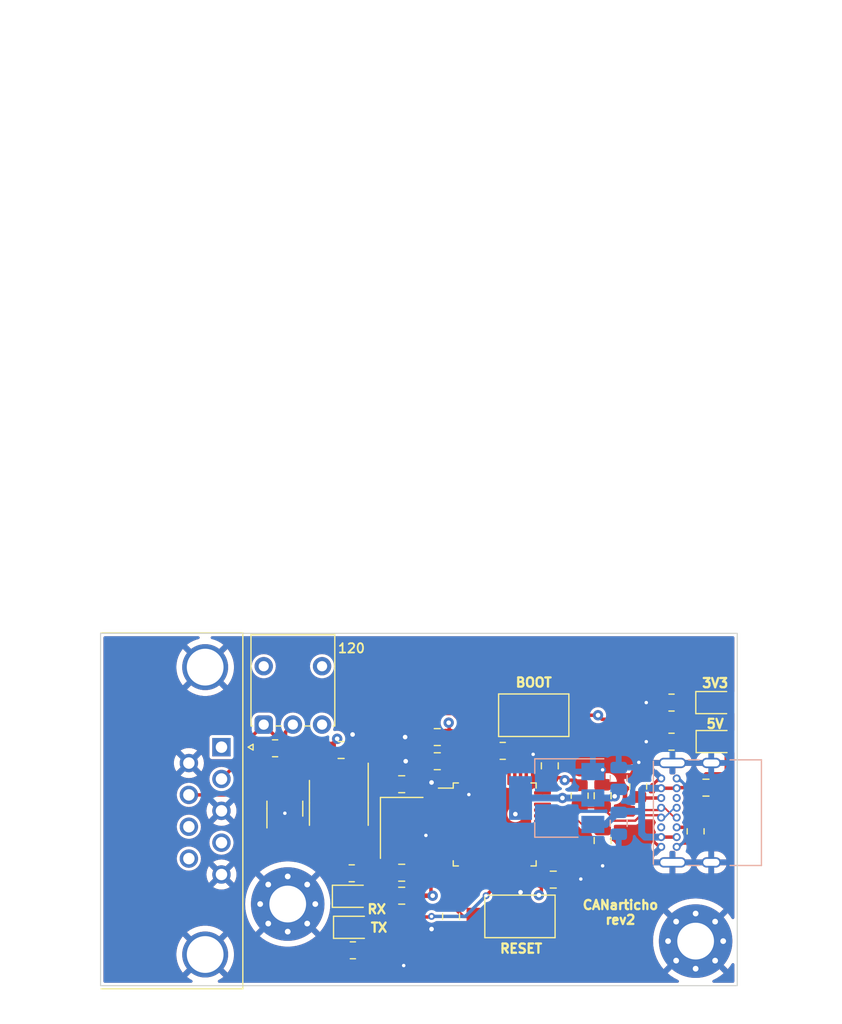
<source format=kicad_pcb>
(kicad_pcb (version 20211014) (generator pcbnew)
  (layers (0 "F.Cu" signal) (1 "In1.Cu" power) (2 "In2.Cu" power) (31 "B.Cu" signal) (34 "B.Paste" user) (35 "F.Paste" user) (36 "B.SilkS" user "B.Silkscreen") (37 "F.SilkS" user "F.Silkscreen") (38 "B.Mask" user) (39 "F.Mask" user) (44 "Edge.Cuts" user))
  (net 0 "")
  (net 1 "GND")
  (net 2 "+5V")
  (net 3 "+3V3")
  (net 4 "/USB+")
  (net 5 "/USB-")
  (net 6 "Net-(C7-Pad1)")
  (net 7 "Net-(C8-Pad1)")
  (net 8 "/RST")
  (net 9 "Net-(D1-Pad1)")
  (net 10 "Net-(D2-Pad1)")
  (net 11 "CANH")
  (net 12 "CANL")
  (net 13 "Net-(D4-Pad1)")
  (net 14 "Net-(D4-Pad2)")
  (net 15 "Net-(D5-Pad1)")
  (net 16 "Net-(D5-Pad2)")
  (net 17 "Net-(J1-PadA5)")
  (net 19 "Net-(J1-PadB5)")
  (net 22 "Net-(R1-Pad2)")
  (net 23 "/BOOT0")
  (net 58 "/CANRX")
  (net 59 "/CANTX")
  (footprint "Capacitor_SMD:C_0805_2012Metric" (layer "F.Cu") (at 158.675 76.575)
    (fp_text reference "C9" hide)
    (fp_text value "10µF")
    (pad "1" smd roundrect (at -0.95 0) (size 1 1.45) (layers "F.Cu" "F.Paste" "F.Mask") (net 1 "GND"))
    (pad "2" smd roundrect (at 0.95 0) (size 1 1.45) (layers "F.Cu" "F.Paste" "F.Mask") (net 3 "+3V3"))
  )
  (footprint "Capacitor_SMD:C_0805_2012Metric" (layer "F.Cu") (at 159.875 92.175 -90)
    (fp_text reference "C11" hide)
    (fp_text value "100n")
    (pad "1" smd roundrect (at -0.95 0 270) (size 1 1.45) (layers "F.Cu" "F.Paste" "F.Mask") (net 8 "/RST"))
    (pad "2" smd roundrect (at 0.95 0 270) (size 1 1.45) (layers "F.Cu" "F.Paste" "F.Mask") (net 1 "GND"))
  )
  (footprint "Resistor_SMD:R_0805_2012Metric" (layer "F.Cu") (at 176.175 80.875 90)
    (fp_text reference "R2" hide)
    (fp_text value "5.1k")
    (pad "1" smd roundrect (at -0.9125 0 90) (size 1.025 1.4) (layers "F.Cu" "F.Paste" "F.Mask") (roundrect_rratio 0.243902439) (net 17 "Net-(J1-PadA5)"))
    (pad "2" smd roundrect (at 0.9125 0 90) (size 1.025 1.4) (layers "F.Cu" "F.Paste" "F.Mask") (roundrect_rratio 0.243902439) (net 1 "GND"))
  )
  (footprint "Resistor_SMD:R_0805_2012Metric" (layer "F.Cu") (at 179.075 73.575)
    (fp_text reference "R4" hide)
    (fp_text value "220")
    (pad "1" smd roundrect (at -0.9125 0) (size 1.025 1.4) (layers "F.Cu" "F.Paste" "F.Mask") (roundrect_rratio 0.243902439) (net 1 "GND"))
    (pad "2" smd roundrect (at 0.9125 0) (size 1.025 1.4) (layers "F.Cu" "F.Paste" "F.Mask") (roundrect_rratio 0.243902439) (net 9 "Net-(D1-Pad1)"))
  )
  (footprint "Connector_Dsub:DSUB-9_Male_Horizontal_P2.77x2.84mm_EdgePinOffset7.70mm_Housed_MountingHolesOffset9.12mm" (layer "F.Cu") (at 139.880331 77.45 -90)
    (fp_text reference "J2" hide)
    (fp_text value "DB9_Male_MountingHoles")
    (pad "0" thru_hole circle (at -6.96 1.42 270) (size 4 4) (drill 3.2) (layers *.Cu *.Mask) (net 1 "GND"))
    (pad "0" thru_hole circle (at 18.04 1.42 270) (size 4 4) (drill 3.2) (layers *.Cu *.Mask) (net 1 "GND"))
    (pad "1" thru_hole rect (at 0 0 270) (size 1.6 1.6) (drill 1) (layers *.Cu *.Mask))
    (pad "2" thru_hole circle (at 2.77 0 270) (size 1.6 1.6) (drill 1) (layers *.Cu *.Mask) (net 12 "CANL"))
    (pad "3" thru_hole circle (at 5.54 0 270) (size 1.6 1.6) (drill 1) (layers *.Cu *.Mask) (net 1 "GND"))
    (pad "4" thru_hole circle (at 8.31 0 270) (size 1.6 1.6) (drill 1) (layers *.Cu *.Mask))
    (pad "5" thru_hole circle (at 11.08 0 270) (size 1.6 1.6) (drill 1) (layers *.Cu *.Mask) (net 1 "GND"))
    (pad "6" thru_hole circle (at 1.385 2.84 270) (size 1.6 1.6) (drill 1) (layers *.Cu *.Mask) (net 1 "GND"))
    (pad "7" thru_hole circle (at 4.155 2.84 270) (size 1.6 1.6) (drill 1) (layers *.Cu *.Mask) (net 11 "CANH"))
    (pad "8" thru_hole circle (at 6.925 2.84 270) (size 1.6 1.6) (drill 1) (layers *.Cu *.Mask))
    (pad "9" thru_hole circle (at 9.695 2.84 270) (size 1.6 1.6) (drill 1) (layers *.Cu *.Mask))
  )
  (footprint "Capacitor_SMD:C_0805_2012Metric" (layer "F.Cu") (at 168.775 88.975 180)
    (fp_text reference "C13" hide)
    (fp_text value "100nF")
    (pad "1" smd roundrect (at -0.95 0 180) (size 1 1.45) (layers "F.Cu" "F.Paste" "F.Mask") (net 1 "GND"))
    (pad "2" smd roundrect (at 0.95 0 180) (size 1 1.45) (layers "F.Cu" "F.Paste" "F.Mask") (net 3 "+3V3"))
  )
  (footprint "Package_QFP:LQFP-48_7x7mm_P0.5mm" (layer "F.Cu") (at 163.675 84.175)
    (fp_text reference "U3" hide)
    (fp_text value "STM32F302C6Tx")
    (pad "1" smd roundrect (at -4.1625 -2.75) (size 1.475 0.3) (layers "F.Cu" "F.Paste" "F.Mask"))
    (pad "2" smd roundrect (at -4.1625 -2.25) (size 1.475 0.3) (layers "F.Cu" "F.Paste" "F.Mask"))
    (pad "3" smd roundrect (at -4.1625 -1.75) (size 1.475 0.3) (layers "F.Cu" "F.Paste" "F.Mask"))
    (pad "4" smd roundrect (at -4.1625 -1.25) (size 1.475 0.3) (layers "F.Cu" "F.Paste" "F.Mask"))
    (pad "5" smd roundrect (at -4.1625 -0.75) (size 1.475 0.3) (layers "F.Cu" "F.Paste" "F.Mask") (net 6 "Net-(C7-Pad1)"))
    (pad "6" smd roundrect (at -4.1625 -0.25) (size 1.475 0.3) (layers "F.Cu" "F.Paste" "F.Mask") (net 7 "Net-(C8-Pad1)"))
    (pad "7" smd roundrect (at -4.1625 0.25) (size 1.475 0.3) (layers "F.Cu" "F.Paste" "F.Mask") (net 8 "/RST"))
    (pad "8" smd roundrect (at -4.1625 0.75) (size 1.475 0.3) (layers "F.Cu" "F.Paste" "F.Mask") (net 1 "GND"))
    (pad "9" smd roundrect (at -4.1625 1.25) (size 1.475 0.3) (layers "F.Cu" "F.Paste" "F.Mask") (net 3 "+3V3"))
    (pad "10" smd roundrect (at -4.1625 1.75) (size 1.475 0.3) (layers "F.Cu" "F.Paste" "F.Mask"))
    (pad "11" smd roundrect (at -4.1625 2.25) (size 1.475 0.3) (layers "F.Cu" "F.Paste" "F.Mask"))
    (pad "12" smd roundrect (at -4.1625 2.75) (size 1.475 0.3) (layers "F.Cu" "F.Paste" "F.Mask"))
    (pad "13" smd roundrect (at -2.75 4.1625) (size 0.3 1.475) (layers "F.Cu" "F.Paste" "F.Mask"))
    (pad "14" smd roundrect (at -2.25 4.1625) (size 0.3 1.475) (layers "F.Cu" "F.Paste" "F.Mask"))
    (pad "15" smd roundrect (at -1.75 4.1625) (size 0.3 1.475) (layers "F.Cu" "F.Paste" "F.Mask"))
    (pad "16" smd roundrect (at -1.25 4.1625) (size 0.3 1.475) (layers "F.Cu" "F.Paste" "F.Mask"))
    (pad "17" smd roundrect (at -0.75 4.1625) (size 0.3 1.475) (layers "F.Cu" "F.Paste" "F.Mask"))
    (pad "18" smd roundrect (at -0.25 4.1625) (size 0.3 1.475) (layers "F.Cu" "F.Paste" "F.Mask") (net 14 "Net-(D4-Pad2)"))
    (pad "19" smd roundrect (at 0.25 4.1625) (size 0.3 1.475) (layers "F.Cu" "F.Paste" "F.Mask") (net 16 "Net-(D5-Pad2)"))
    (pad "20" smd roundrect (at 0.75 4.1625) (size 0.3 1.475) (layers "F.Cu" "F.Paste" "F.Mask"))
    (pad "21" smd roundrect (at 1.25 4.1625) (size 0.3 1.475) (layers "F.Cu" "F.Paste" "F.Mask"))
    (pad "22" smd roundrect (at 1.75 4.1625) (size 0.3 1.475) (layers "F.Cu" "F.Paste" "F.Mask"))
    (pad "23" smd roundrect (at 2.25 4.1625) (size 0.3 1.475) (layers "F.Cu" "F.Paste" "F.Mask") (net 1 "GND"))
    (pad "24" smd roundrect (at 2.75 4.1625) (size 0.3 1.475) (layers "F.Cu" "F.Paste" "F.Mask") (net 3 "+3V3"))
    (pad "25" smd roundrect (at 4.1625 2.75) (size 1.475 0.3) (layers "F.Cu" "F.Paste" "F.Mask"))
    (pad "26" smd roundrect (at 4.1625 2.25) (size 1.475 0.3) (layers "F.Cu" "F.Paste" "F.Mask"))
    (pad "27" smd roundrect (at 4.1625 1.75) (size 1.475 0.3) (layers "F.Cu" "F.Paste" "F.Mask"))
    (pad "28" smd roundrect (at 4.1625 1.25) (size 1.475 0.3) (layers "F.Cu" "F.Paste" "F.Mask"))
    (pad "29" smd roundrect (at 4.1625 0.75) (size 1.475 0.3) (layers "F.Cu" "F.Paste" "F.Mask"))
    (pad "30" smd roundrect (at 4.1625 0.25) (size 1.475 0.3) (layers "F.Cu" "F.Paste" "F.Mask"))
    (pad "31" smd roundrect (at 4.1625 -0.25) (size 1.475 0.3) (layers "F.Cu" "F.Paste" "F.Mask"))
    (pad "32" smd roundrect (at 4.1625 -0.75) (size 1.475 0.3) (layers "F.Cu" "F.Paste" "F.Mask") (net 5 "/USB-"))
    (pad "33" smd roundrect (at 4.1625 -1.25) (size 1.475 0.3) (layers "F.Cu" "F.Paste" "F.Mask") (net 4 "/USB+"))
    (pad "34" smd roundrect (at 4.1625 -1.75) (size 1.475 0.3) (layers "F.Cu" "F.Paste" "F.Mask"))
    (pad "35" smd roundrect (at 4.1625 -2.25) (size 1.475 0.3) (layers "F.Cu" "F.Paste" "F.Mask") (net 1 "GND"))
    (pad "36" smd roundrect (at 4.1625 -2.75) (size 1.475 0.3) (layers "F.Cu" "F.Paste" "F.Mask") (net 3 "+3V3"))
    (pad "37" smd roundrect (at 2.75 -4.1625) (size 0.3 1.475) (layers "F.Cu" "F.Paste" "F.Mask"))
    (pad "38" smd roundrect (at 2.25 -4.1625) (size 0.3 1.475) (layers "F.Cu" "F.Paste" "F.Mask"))
    (pad "39" smd roundrect (at 1.75 -4.1625) (size 0.3 1.475) (layers "F.Cu" "F.Paste" "F.Mask"))
    (pad "40" smd roundrect (at 1.25 -4.1625) (size 0.3 1.475) (layers "F.Cu" "F.Paste" "F.Mask"))
    (pad "41" smd roundrect (at 0.75 -4.1625) (size 0.3 1.475) (layers "F.Cu" "F.Paste" "F.Mask"))
    (pad "42" smd roundrect (at 0.25 -4.1625) (size 0.3 1.475) (layers "F.Cu" "F.Paste" "F.Mask"))
    (pad "43" smd roundrect (at -0.25 -4.1625) (size 0.3 1.475) (layers "F.Cu" "F.Paste" "F.Mask"))
    (pad "44" smd roundrect (at -0.75 -4.1625) (size 0.3 1.475) (layers "F.Cu" "F.Paste" "F.Mask") (net 23 "/BOOT0"))
    (pad "45" smd roundrect (at -1.25 -4.1625) (size 0.3 1.475) (layers "F.Cu" "F.Paste" "F.Mask") (net 58 "/CANRX"))
    (pad "46" smd roundrect (at -1.75 -4.1625) (size 0.3 1.475) (layers "F.Cu" "F.Paste" "F.Mask") (net 59 "/CANTX"))
    (pad "47" smd roundrect (at -2.25 -4.1625) (size 0.3 1.475) (layers "F.Cu" "F.Paste" "F.Mask") (net 1 "GND"))
    (pad "48" smd roundrect (at -2.75 -4.1625) (size 0.3 1.475) (layers "F.Cu" "F.Paste" "F.Mask") (net 3 "+3V3"))
  )
  (footprint "Button_Switch_SMD:SW_SPST_CK_RS282G05A3" (layer "F.Cu") (at 167.075 74.675 180)
    (fp_text reference "SW3" hide)
    (fp_text value "BOOT")
    (pad "1" smd rect (at -3.9 0 180) (size 1.5 1.5) (layers "F.Cu" "F.Paste" "F.Mask") (net 3 "+3V3"))
    (pad "2" smd rect (at 3.9 0 180) (size 1.5 1.5) (layers "F.Cu" "F.Paste" "F.Mask") (net 23 "/BOOT0"))
  )
  (footprint "Capacitor_SMD:C_0805_2012Metric" (layer "F.Cu") (at 150.3 77.7 180)
    (fp_text reference "C4" hide)
    (fp_text value "100nF")
    (pad "1" smd roundrect (at -0.95 0 180) (size 1 1.45) (layers "F.Cu" "F.Paste" "F.Mask") (net 1 "GND"))
    (pad "2" smd roundrect (at 0.95 0 180) (size 1 1.45) (layers "F.Cu" "F.Paste" "F.Mask") (net 3 "+3V3"))
  )
  (footprint "MountingHole:MountingHole_3.2mm_M3_Pad_Via" (layer "F.Cu") (at 145.65 91.1)
    (fp_text reference "REF**" hide)
    (fp_text value "MountingHole_3.2mm_M3_Pad_Via")
    (pad "1" thru_hole circle (at 0 2.4) (size 0.8 0.8) (drill 0.5) (layers *.Cu *.Mask))
    (pad "1" thru_hole circle (at 1.697056 1.697056) (size 0.8 0.8) (drill 0.5) (layers *.Cu *.Mask))
    (pad "1" thru_hole circle (at 2.4 0) (size 0.8 0.8) (drill 0.5) (layers *.Cu *.Mask))
    (pad "1" thru_hole circle (at 0 0) (size 6.4 6.4) (drill 3.2) (layers *.Cu *.Mask) (net 1 "GND"))
    (pad "1" thru_hole circle (at -1.697056 -1.697056) (size 0.8 0.8) (drill 0.5) (layers *.Cu *.Mask))
    (pad "1" thru_hole circle (at -1.697056 1.697056) (size 0.8 0.8) (drill 0.5) (layers *.Cu *.Mask))
    (pad "1" thru_hole circle (at 1.697056 -1.697056) (size 0.8 0.8) (drill 0.5) (layers *.Cu *.Mask))
    (pad "1" thru_hole circle (at 0 -2.4) (size 0.8 0.8) (drill 0.5) (layers *.Cu *.Mask))
    (pad "1" thru_hole circle (at -2.4 0) (size 0.8 0.8) (drill 0.5) (layers *.Cu *.Mask))
  )
  (footprint "Resistor_SMD:R_0805_2012Metric" (layer "F.Cu") (at 181.175 84.775 -90)
    (fp_text reference "R3" hide)
    (fp_text value "5.1k")
    (pad "1" smd roundrect (at -0.9125 0 270) (size 1.025 1.4) (layers "F.Cu" "F.Paste" "F.Mask") (roundrect_rratio 0.243902439) (net 19 "Net-(J1-PadB5)"))
    (pad "2" smd roundrect (at 0.9125 0 270) (size 1.025 1.4) (layers "F.Cu" "F.Paste" "F.Mask") (roundrect_rratio 0.243902439) (net 1 "GND"))
  )
  (footprint "Capacitor_SMD:C_0805_2012Metric" (layer "F.Cu") (at 168.475 79.075 -90)
    (fp_text reference "C12" hide)
    (fp_text value "100nF")
    (pad "1" smd roundrect (at -0.95 0 270) (size 1 1.45) (layers "F.Cu" "F.Paste" "F.Mask") (net 1 "GND"))
    (pad "2" smd roundrect (at 0.95 0 270) (size 1 1.45) (layers "F.Cu" "F.Paste" "F.Mask") (net 3 "+3V3"))
  )
  (footprint "Button_Switch_THT:SW_Push_1P2T_Vertical_E-Switch_800UDP8P1A1M6" (layer "F.Cu") (at 143.56 75.49 90)
    (fp_text reference "SW2" hide)
    (fp_text value "120")
    (pad "" thru_hole circle (at 5.08 0 270) (size 1.6 1.6) (drill 0.89) (layers *.Cu *.Mask))
    (pad "" thru_hole circle (at 5.08 5.08 270) (size 1.6 1.6) (drill 0.89) (layers *.Cu *.Mask))
    (pad "1" thru_hole roundrect (at 0 0 270) (size 1.6 1.6) (drill 0.89) (layers *.Cu *.Mask) (net 12 "CANL"))
    (pad "2" thru_hole circle (at 0 2.54 270) (size 1.6 1.6) (drill 0.89) (layers *.Cu *.Mask) (net 22 "Net-(R1-Pad2)"))
    (pad "3" thru_hole circle (at 0 5.08 270) (size 1.6 1.6) (drill 0.89) (layers *.Cu *.Mask))
  )
  (footprint "Capacitor_SMD:C_0805_2012Metric" (layer "F.Cu") (at 155.575 90.375)
    (fp_text reference "C14" hide)
    (fp_text value "100nF")
    (pad "1" smd roundrect (at -0.95 0) (size 1 1.45) (layers "F.Cu" "F.Paste" "F.Mask") (net 1 "GND"))
    (pad "2" smd roundrect (at 0.95 0) (size 1 1.45) (layers "F.Cu" "F.Paste" "F.Mask") (net 3 "+3V3"))
  )
  (footprint "Resistor_SMD:R_0805_2012Metric" (layer "F.Cu") (at 179.075 76.975)
    (fp_text reference "R5" hide)
    (fp_text value "560")
    (pad "1" smd roundrect (at -0.9125 0) (size 1.025 1.4) (layers "F.Cu" "F.Paste" "F.Mask") (roundrect_rratio 0.243902439) (net 1 "GND"))
    (pad "2" smd roundrect (at 0.9125 0) (size 1.025 1.4) (layers "F.Cu" "F.Paste" "F.Mask") (roundrect_rratio 0.243902439) (net 10 "Net-(D2-Pad1)"))
  )
  (footprint "Resistor_SMD:R_0805_2012Metric" (layer "F.Cu") (at 144.55 77.55)
    (fp_text reference "R1" hide)
    (fp_text value "120")
    (pad "1" smd roundrect (at -0.9125 0) (size 1.025 1.4) (layers "F.Cu" "F.Paste" "F.Mask") (roundrect_rratio 0.243902439) (net 11 "CANH"))
    (pad "2" smd roundrect (at 0.9125 0) (size 1.025 1.4) (layers "F.Cu" "F.Paste" "F.Mask") (roundrect_rratio 0.243902439) (net 22 "Net-(R1-Pad2)"))
  )
  (footprint "LED_SMD:LED_0805_2012Metric" (layer "F.Cu") (at 182.905 76.965)
    (fp_text reference "D2" hide)
    (fp_text value "LED_DEBUG")
    (pad "1" smd roundrect (at -0.9375 0) (size 0.975 1.4) (layers "F.Cu" "F.Paste" "F.Mask") (net 10 "Net-(D2-Pad1)"))
    (pad "2" smd roundrect (at 0.9375 0) (size 0.975 1.4) (layers "F.Cu" "F.Paste" "F.Mask") (net 2 "+5V"))
  )
  (footprint "Capacitor_SMD:C_0805_2012Metric" (layer "F.Cu") (at 173.075 85.575 -90)
    (fp_text reference "C5" hide)
    (fp_text value "47p")
    (pad "1" smd roundrect (at -0.95 0 270) (size 1 1.45) (layers "F.Cu" "F.Paste" "F.Mask") (net 5 "/USB-"))
    (pad "2" smd roundrect (at 0.95 0 270) (size 1 1.45) (layers "F.Cu" "F.Paste" "F.Mask") (net 1 "GND"))
  )
  (footprint "Capacitor_SMD:C_0805_2012Metric" (layer "F.Cu") (at 173.075 81.675 90)
    (fp_text reference "C3" hide)
    (fp_text value "47p")
    (pad "1" smd roundrect (at -0.95 0 90) (size 1 1.45) (layers "F.Cu" "F.Paste" "F.Mask") (net 4 "/USB+"))
    (pad "2" smd roundrect (at 0.95 0 90) (size 1 1.45) (layers "F.Cu" "F.Paste" "F.Mask") (net 1 "GND"))
  )
  (footprint "MountingHole:MountingHole_3.2mm_M3_Pad_Via" (layer "F.Cu") (at 181.175 94.325)
    (fp_text reference "REF**" hide)
    (fp_text value "MountingHole_3.2mm_M3_Pad_Via")
    (pad "1" thru_hole circle (at 0 2.4) (size 0.8 0.8) (drill 0.5) (layers *.Cu *.Mask))
    (pad "1" thru_hole circle (at 1.697056 1.697056) (size 0.8 0.8) (drill 0.5) (layers *.Cu *.Mask))
    (pad "1" thru_hole circle (at 2.4 0) (size 0.8 0.8) (drill 0.5) (layers *.Cu *.Mask))
    (pad "1" thru_hole circle (at 0 0) (size 6.4 6.4) (drill 3.2) (layers *.Cu *.Mask) (net 1 "GND"))
    (pad "1" thru_hole circle (at -1.697056 -1.697056) (size 0.8 0.8) (drill 0.5) (layers *.Cu *.Mask))
    (pad "1" thru_hole circle (at -1.697056 1.697056) (size 0.8 0.8) (drill 0.5) (layers *.Cu *.Mask))
    (pad "1" thru_hole circle (at 1.697056 -1.697056) (size 0.8 0.8) (drill 0.5) (layers *.Cu *.Mask))
    (pad "1" thru_hole circle (at 0 -2.4) (size 0.8 0.8) (drill 0.5) (layers *.Cu *.Mask))
    (pad "1" thru_hole circle (at -2.4 0) (size 0.8 0.8) (drill 0.5) (layers *.Cu *.Mask))
  )
  (footprint "Resistor_SMD:R_0805_2012Metric" (layer "F.Cu") (at 151.325 95.125 180)
    (fp_text reference "R9" hide)
    (fp_text value "120")
    (pad "1" smd roundrect (at -0.9125 0 180) (size 1.025 1.4) (layers "F.Cu" "F.Paste" "F.Mask") (roundrect_rratio 0.243902439) (net 1 "GND"))
    (pad "2" smd roundrect (at 0.9125 0 180) (size 1.025 1.4) (layers "F.Cu" "F.Paste" "F.Mask") (roundrect_rratio 0.243902439) (net 15 "Net-(D5-Pad1)"))
  )
  (footprint "Capacitor_SMD:C_0805_2012Metric" (layer "F.Cu") (at 155.575 80.675)
    (fp_text reference "C7" hide)
    (fp_text value "18p")
    (pad "1" smd roundrect (at -0.95 0) (size 1 1.45) (layers "F.Cu" "F.Paste" "F.Mask") (net 6 "Net-(C7-Pad1)"))
    (pad "2" smd roundrect (at 0.95 0) (size 1 1.45) (layers "F.Cu" "F.Paste" "F.Mask") (net 1 "GND"))
  )
  (footprint "Package_SO:SOIC-8_3.9x4.9mm_P1.27mm" (layer "F.Cu") (at 150.1 82.3 -90)
    (fp_text reference "U2" hide)
    (fp_text value "SN65HVD232")
    (pad "1" smd roundrect (at -2.475 -1.905 270) (size 1.95 0.6) (layers "F.Cu" "F.Paste" "F.Mask") (net 59 "/CANTX"))
    (pad "2" smd roundrect (at -2.475 -0.635 270) (size 1.95 0.6) (layers "F.Cu" "F.Paste" "F.Mask") (net 1 "GND"))
    (pad "3" smd roundrect (at -2.475 0.635 270) (size 1.95 0.6) (layers "F.Cu" "F.Paste" "F.Mask") (net 3 "+3V3"))
    (pad "4" smd roundrect (at -2.475 1.905 270) (size 1.95 0.6) (layers "F.Cu" "F.Paste" "F.Mask") (net 58 "/CANRX"))
    (pad "5" smd roundrect (at 2.475 1.905 270) (size 1.95 0.6) (layers "F.Cu" "F.Paste" "F.Mask"))
    (pad "6" smd roundrect (at 2.475 0.635 270) (size 1.95 0.6) (layers "F.Cu" "F.Paste" "F.Mask") (net 12 "CANL"))
    (pad "7" smd roundrect (at 2.475 -0.635 270) (size 1.95 0.6) (layers "F.Cu" "F.Paste" "F.Mask") (net 11 "CANH"))
    (pad "8" smd roundrect (at 2.475 -1.905 270) (size 1.95 0.6) (layers "F.Cu" "F.Paste" "F.Mask"))
  )
  (footprint "LED_SMD:LED_0805_2012Metric" (layer "F.Cu") (at 151.225 90.425)
    (fp_text reference "D4" hide)
    (fp_text value "LED_DEBUG")
    (pad "1" smd roundrect (at -0.9375 0) (size 0.975 1.4) (layers "F.Cu" "F.Paste" "F.Mask") (net 13 "Net-(D4-Pad1)"))
    (pad "2" smd roundrect (at 0.9375 0) (size 0.975 1.4) (layers "F.Cu" "F.Paste" "F.Mask") (net 14 "Net-(D4-Pad2)"))
  )
  (footprint "Resistor_SMD:R_0805_2012Metric" (layer "F.Cu") (at 151.225 88.425 180)
    (fp_text reference "R8" hide)
    (fp_text value "120")
    (pad "1" smd roundrect (at -0.9125 0 180) (size 1.025 1.4) (layers "F.Cu" "F.Paste" "F.Mask") (roundrect_rratio 0.243902439) (net 1 "GND"))
    (pad "2" smd roundrect (at 0.9125 0 180) (size 1.025 1.4) (layers "F.Cu" "F.Paste" "F.Mask") (roundrect_rratio 0.243902439) (net 13 "Net-(D4-Pad1)"))
  )
  (footprint "Capacitor_SMD:C_0805_2012Metric" (layer "F.Cu") (at 155.575 88.375 180)
    (fp_text reference "C8" hide)
    (fp_text value "18p")
    (pad "1" smd roundrect (at -0.95 0 180) (size 1 1.45) (layers "F.Cu" "F.Paste" "F.Mask") (net 7 "Net-(C8-Pad1)"))
    (pad "2" smd roundrect (at 0.95 0 180) (size 1 1.45) (layers "F.Cu" "F.Paste" "F.Mask") (net 1 "GND"))
  )
  (footprint "Capacitor_SMD:C_0805_2012Metric" (layer "F.Cu") (at 158.675 78.675)
    (fp_text reference "C10" hide)
    (fp_text value "100nF")
    (pad "1" smd roundrect (at -0.95 0) (size 1 1.45) (layers "F.Cu" "F.Paste" "F.Mask") (net 1 "GND"))
    (pad "2" smd roundrect (at 0.95 0) (size 1 1.45) (layers "F.Cu" "F.Paste" "F.Mask") (net 3 "+3V3"))
  )
  (footprint "LED_SMD:LED_0805_2012Metric" (layer "F.Cu") (at 182.875 73.575)
    (fp_text reference "D1" hide)
    (fp_text value "LED_DEBUG")
    (pad "1" smd roundrect (at -0.9375 0) (size 0.975 1.4) (layers "F.Cu" "F.Paste" "F.Mask") (net 9 "Net-(D1-Pad1)"))
    (pad "2" smd roundrect (at 0.9375 0) (size 0.975 1.4) (layers "F.Cu" "F.Paste" "F.Mask") (net 3 "+3V3"))
  )
  (footprint "Package_TO_SOT_SMD:SOT-23" (layer "F.Cu") (at 145.4 82.8 90)
    (fp_text reference "D3" hide)
    (fp_text value "D_TVS_x2_AAC")
    (pad "1" smd roundrect (at -0.9375 -0.95 90) (size 1.475 0.6) (layers "F.Cu" "F.Paste" "F.Mask") (net 11 "CANH"))
    (pad "2" smd roundrect (at -0.9375 0.95 90) (size 1.475 0.6) (layers "F.Cu" "F.Paste" "F.Mask") (net 12 "CANL"))
    (pad "3" smd roundrect (at 0.9375 0 90) (size 1.475 0.6) (layers "F.Cu" "F.Paste" "F.Mask") (net 1 "GND"))
  )
  (footprint "Resistor_SMD:R_0805_2012Metric" (layer "F.Cu") (at 171.075 81.675 -90)
    (fp_text reference "R7" hide)
    (fp_text value "1.5k")
    (pad "1" smd roundrect (at -0.9125 0 270) (size 1.025 1.4) (layers "F.Cu" "F.Paste" "F.Mask") (roundrect_rratio 0.243902439) (net 3 "+3V3"))
    (pad "2" smd roundrect (at 0.9125 0 270) (size 1.025 1.4) (layers "F.Cu" "F.Paste" "F.Mask") (roundrect_rratio 0.243902439) (net 4 "/USB+"))
  )
  (footprint "Button_Switch_SMD:SW_SPST_CK_RS282G05A3" (layer "F.Cu") (at 165.875 92.175 180)
    (fp_text reference "SW4" hide)
    (fp_text value "RST")
    (pad "1" smd rect (at -3.9 0 180) (size 1.5 1.5) (layers "F.Cu" "F.Paste" "F.Mask") (net 1 "GND"))
    (pad "2" smd rect (at 3.9 0 180) (size 1.5 1.5) (layers "F.Cu" "F.Paste" "F.Mask") (net 8 "/RST"))
  )
  (footprint "LED_SMD:LED_0805_2012Metric" (layer "F.Cu") (at 151.325 93.125)
    (fp_text reference "D5" hide)
    (fp_text value "LED_DEBUG")
    (pad "1" smd roundrect (at -0.9375 0) (size 0.975 1.4) (layers "F.Cu" "F.Paste" "F.Mask") (net 15 "Net-(D5-Pad1)"))
    (pad "2" smd roundrect (at 0.9375 0) (size 0.975 1.4) (layers "F.Cu" "F.Paste" "F.Mask") (net 16 "Net-(D5-Pad2)"))
  )
  (footprint "Resistor_SMD:R_0805_2012Metric" (layer "F.Cu") (at 164.375 77.775 180)
    (fp_text reference "R6" hide)
    (fp_text value "10k")
    (pad "1" smd roundrect (at -0.9125 0 180) (size 1.025 1.4) (layers "F.Cu" "F.Paste" "F.Mask") (roundrect_rratio 0.243902439) (net 1 "GND"))
    (pad "2" smd roundrect (at 0.9125 0 180) (size 1.025 1.4) (layers "F.Cu" "F.Paste" "F.Mask") (roundrect_rratio 0.243902439) (net 23 "/BOOT0"))
  )
  (footprint "Crystal:Crystal_SMD_5032-4Pin_5.0x3.2mm" (layer "F.Cu") (at 155.575 84.475 -90)
    (fp_text reference "Y1" hide)
    (fp_text value "8MHz")
    (pad "1" smd rect (at -1.65 1 270) (size 1.6 1.3) (layers "F.Cu" "F.Paste" "F.Mask") (net 6 "Net-(C7-Pad1)"))
    (pad "2" smd rect (at 1.65 1 270) (size 1.6 1.3) (layers "F.Cu" "F.Paste" "F.Mask") (net 1 "GND"))
    (pad "3" smd rect (at 1.65 -1 270) (size 1.6 1.3) (layers "F.Cu" "F.Paste" "F.Mask") (net 7 "Net-(C8-Pad1)"))
    (pad "4" smd rect (at -1.65 -1 270) (size 1.6 1.3) (layers "F.Cu" "F.Paste" "F.Mask") (net 1 "GND"))
  )
  (footprint "Capacitor_SMD:C_0805_2012Metric" (layer "F.Cu") (at 182.075 80.975)
    (fp_text reference "C6" hide)
    (fp_text value "10u")
    (pad "1" smd roundrect (at -0.95 0) (size 1 1.45) (layers "F.Cu" "F.Paste" "F.Mask") (net 2 "+5V"))
    (pad "2" smd roundrect (at 0.95 0) (size 1 1.45) (layers "F.Cu" "F.Paste" "F.Mask") (net 1 "GND"))
  )
  (footprint "Connector_USB:USB_C_Receptacle_GCT_USB4085" (layer "B.Cu") (at 178.175 80.175 -90)
    (fp_text reference "J1" hide)
    (fp_text value "USB_C_Receptacle_USB2.0")
    (pad "A1" thru_hole circle (at 0 0 270) (size 0.7 0.7) (drill 0.4) (layers *.Cu *.Mask) (net 1 "GND"))
    (pad "A4" thru_hole circle (at 0.85 0 270) (size 0.7 0.7) (drill 0.4) (layers *.Cu *.Mask) (net 2 "+5V"))
    (pad "A5" thru_hole circle (at 1.7 0 270) (size 0.7 0.7) (drill 0.4) (layers *.Cu *.Mask) (net 17 "Net-(J1-PadA5)"))
    (pad "A6" thru_hole circle (at 2.55 0 270) (size 0.7 0.7) (drill 0.4) (layers *.Cu *.Mask) (net 4 "/USB+"))
    (pad "A7" thru_hole circle (at 3.4 0 270) (size 0.7 0.7) (drill 0.4) (layers *.Cu *.Mask) (net 5 "/USB-"))
    (pad "A8" thru_hole circle (at 4.25 0 270) (size 0.7 0.7) (drill 0.4) (layers *.Cu *.Mask))
    (pad "A9" thru_hole circle (at 5.1 0 270) (size 0.7 0.7) (drill 0.4) (layers *.Cu *.Mask) (net 2 "+5V"))
    (pad "A12" thru_hole circle (at 5.95 0 270) (size 0.7 0.7) (drill 0.4) (layers *.Cu *.Mask) (net 1 "GND"))
    (pad "B1" thru_hole circle (at 5.95 -1.35 270) (size 0.7 0.7) (drill 0.4) (layers *.Cu *.Mask) (net 1 "GND"))
    (pad "B4" thru_hole circle (at 5.1 -1.35 270) (size 0.7 0.7) (drill 0.4) (layers *.Cu *.Mask) (net 2 "+5V"))
    (pad "B5" thru_hole circle (at 4.25 -1.35 270) (size 0.7 0.7) (drill 0.4) (layers *.Cu *.Mask) (net 19 "Net-(J1-PadB5)"))
    (pad "B6" thru_hole circle (at 3.4 -1.35 270) (size 0.7 0.7) (drill 0.4) (layers *.Cu *.Mask) (net 4 "/USB+"))
    (pad "B7" thru_hole circle (at 2.55 -1.35 270) (size 0.7 0.7) (drill 0.4) (layers *.Cu *.Mask) (net 5 "/USB-"))
    (pad "B8" thru_hole circle (at 1.7 -1.35 270) (size 0.7 0.7) (drill 0.4) (layers *.Cu *.Mask))
    (pad "B9" thru_hole circle (at 0.85 -1.35 270) (size 0.7 0.7) (drill 0.4) (layers *.Cu *.Mask) (net 2 "+5V"))
    (pad "B12" thru_hole circle (at 0 -1.35 270) (size 0.7 0.7) (drill 0.4) (layers *.Cu *.Mask) (net 1 "GND"))
    (pad "S1" thru_hole oval (at -1.35 -0.98 270) (size 0.9 2.4) (drill oval 0.6 2.1) (layers *.Cu *.Mask) (net 1 "GND"))
    (pad "S1" thru_hole oval (at 7.3 -4.36 270) (size 0.9 1.7) (drill oval 0.6 1.4) (layers *.Cu *.Mask) (net 1 "GND"))
    (pad "S1" thru_hole oval (at -1.35 -4.36 270) (size 0.9 1.7) (drill oval 0.6 1.4) (layers *.Cu *.Mask) (net 1 "GND"))
    (pad "S1" thru_hole oval (at 7.3 -0.98 270) (size 0.9 2.4) (drill oval 0.6 2.1) (layers *.Cu *.Mask) (net 1 "GND"))
  )
  (footprint "Capacitor_SMD:C_0805_2012Metric" (layer "B.Cu") (at 174.475 80.175 -90)
    (fp_text reference "C2" hide)
    (fp_text value "10u")
    (pad "1" smd roundrect (at -0.95 0 270) (size 1 1.45) (layers "B.Cu" "B.Paste" "B.Mask") (net 1 "GND"))
    (pad "2" smd roundrect (at 0.95 0 270) (size 1 1.45) (layers "B.Cu" "B.Paste" "B.Mask") (net 3 "+3V3"))
  )
  (footprint "Package_TO_SOT_SMD:SOT-223-3_TabPin2" (layer "B.Cu") (at 169.075 81.875 180)
    (fp_text reference "U1" hide)
    (fp_text value "NCP1117-3.3_SOT223")
    (pad "1" smd rect (at -3.15 2.3 180) (size 2 1.5) (layers "B.Cu" "B.Paste" "B.Mask") (net 1 "GND"))
    (pad "2" smd rect (at -3.15 0 180) (size 2 1.5) (layers "B.Cu" "B.Paste" "B.Mask") (net 3 "+3V3"))
    (pad "2" smd rect (at 3.15 0 180) (size 2 3.8) (layers "B.Cu" "B.Paste" "B.Mask") (net 3 "+3V3"))
    (pad "3" smd rect (at -3.15 -2.3 180) (size 2 1.5) (layers "B.Cu" "B.Paste" "B.Mask") (net 2 "+5V"))
  )
  (footprint "Capacitor_SMD:C_0805_2012Metric" (layer "B.Cu") (at 174.475 84.075 90)
    (fp_text reference "C1" hide)
    (fp_text value "10u")
    (pad "1" smd roundrect (at -0.95 0 90) (size 1 1.45) (layers "B.Cu" "B.Paste" "B.Mask") (net 1 "GND"))
    (pad "2" smd roundrect (at 0.95 0 90) (size 1 1.45) (layers "B.Cu" "B.Paste" "B.Mask") (net 2 "+5V"))
  )
  (gr_rect (start 129.35 67.55) (end 184.8 98.2) (layer "Edge.Cuts") (width 0.1) (fill none))
  (gr_text "BOOT" (at 167.075 71.825) (layer "F.SilkS") (effects (font (size 0.8 0.8) (thickness 0.2))))
  (gr_text "5V" (at 182.875 75.425) (layer "F.SilkS") (effects (font (size 0.8 0.8) (thickness 0.2))))
  (gr_text "120" (at 151.2 68.85) (layer "F.SilkS") (effects (font (size 0.8128 0.8128) (thickness 0.1524))))
  (gr_text "3V3" (at 182.875 71.875) (layer "F.SilkS") (effects (font (size 0.8 0.8) (thickness 0.2))))
  (gr_text "RX" (at 153.4 91.55) (layer "F.SilkS") (effects (font (size 0.8 0.8) (thickness 0.2))))
  (gr_text "CANarticho\nrev2" (at 174.625 91.825) (layer "F.SilkS") (effects (font (size 0.8 0.8) (thickness 0.2))))
  (gr_text "RESET" (at 165.975 94.975) (layer "F.SilkS") (effects (font (size 0.8 0.8) (thickness 0.2))))
  (gr_text "TX" (at 153.6 93.15) (layer "F.SilkS") (effects (font (size 0.8 0.8) (thickness 0.2))))
  (segment (start 151.3 78.2) (end 151.3 76.35) (width 0.3) (layer "F.Cu") (net 1))
  (segment (start 157.887351 84.925) (end 157.684114 85.128237) (width 0.2) (layer "F.Cu") (net 1))
  (segment (start 167.8375 81.925) (end 166.775 81.925) (width 0.3) (layer "F.Cu") (net 1))
  (segment (start 150.735 78.765) (end 151.3 78.2) (width 0.3) (layer "F.Cu") (net 1))
  (segment (start 159.5125 84.925) (end 157.887351 84.925) (width 0.2) (layer "F.Cu") (net 1))
  (segment (start 150.735 79.825) (end 150.735 78.765) (width 0.3) (layer "F.Cu") (net 1))
  (segment (start 145.4 83.2) (end 145.4 81.8625) (width 0.3) (layer "F.Cu") (net 1))
  (segment (start 161.425 81.575) (end 161.425 80.0125) (width 0.3) (layer "F.Cu") (net 1))
  (segment (start 165.925 90.075) (end 165.925 88.3375) (width 0.3) (layer "F.Cu") (net 1))
  (via (at 167.025 78.075) (size 0.6) (drill 0.3) (layers "F.Cu" "B.Cu") (net 1))
  (via (at 155.75 96.45) (size 0.6) (drill 0.3) (layers "F.Cu" "B.Cu") (net 1))
  (via (at 155.925 78.675) (size 0.9) (drill 0.4) (layers "F.Cu" "B.Cu") (net 1))
  (via (at 176.225 78.775) (size 0.6) (drill 0.3) (layers "F.Cu" "B.Cu") (net 1))
  (via (at 171.175 88.925) (size 0.6) (drill 0.3) (layers "F.Cu" "B.Cu") (net 1))
  (via (at 173.075 87.775) (size 0.6) (drill 0.3) (layers "F.Cu" "B.Cu") (net 1))
  (via (at 165.925 90.075) (size 0.9) (drill 0.4) (layers "F.Cu" "B.Cu") (net 1))
  (via (at 158.175 80.525) (size 0.9) (drill 0.4) (layers "F.Cu" "B.Cu") (net 1))
  (via (at 158.175 93.275) (size 0.9) (drill 0.4) (layers "F.Cu" "B.Cu") (net 1))
  (via (at 157.684114 85.128237) (size 0.6) (drill 0.3) (layers "F.Cu" "B.Cu") (net 1))
  (via (at 151.3 76.35) (size 0.9) (drill 0.4) (layers "F.Cu" "B.Cu") (net 1))
  (via (at 176.875 73.575) (size 0.6) (drill 0.3) (layers "F.Cu" "B.Cu") (net 1))
  (via (at 161.425 81.575) (size 0.6) (drill 0.3) (layers "F.Cu" "B.Cu") (net 1))
  (via (at 176.875 76.975) (size 0.6) (drill 0.3) (layers "F.Cu" "B.Cu") (net 1))
  (via (at 173.075 79.425) (size 0.6) (drill 0.3) (layers "F.Cu" "B.Cu") (net 1))
  (via (at 155.875 76.575) (size 0.9) (drill 0.4) (layers "F.Cu" "B.Cu") (net 1))
  (via (at 145.4 83.2) (size 0.6) (drill 0.3) (layers "F.Cu" "B.Cu") (net 1))
  (segment (start 183.8425 76.965) (end 183.8425 79.5075) (width 0.3) (layer "F.Cu") (net 2))
  (segment (start 179.525 81.025) (end 178.175 81.025) (width 0.3) (layer "F.Cu") (net 2))
  (segment (start 179.575 80.975) (end 179.525 81.025) (width 0.3) (layer "F.Cu") (net 2))
  (segment (start 182.075 79.775) (end 183.575 79.775) (width 0.3) (layer "F.Cu") (net 2))
  (segment (start 179.525 85.275) (end 178.175 85.275) (width 0.3) (layer "F.Cu") (net 2))
  (segment (start 181.0375 80.975) (end 181.0375 80.8125) (width 0.3) (layer "F.Cu") (net 2))
  (segment (start 181.0375 80.975) (end 179.575 80.975) (width 0.3) (layer "F.Cu") (net 2))
  (segment (start 183.8425 79.5075) (end 183.575 79.775) (width 0.3) (layer "F.Cu") (net 2))
  (segment (start 181.0375 80.8125) (end 182.075 79.775) (width 0.3) (layer "F.Cu") (net 2))
  (segment (start 176.475 84.975) (end 176.775 85.275) (width 0.6) (layer "B.Cu") (net 2))
  (segment (start 176.625 81.025) (end 178.175 81.025) (width 0.6) (layer "B.Cu") (net 2))
  (segment (start 174.475 83.0375) (end 176.3125 83.0375) (width 0.6) (layer "B.Cu") (net 2))
  (segment (start 176.475 81.175) (end 176.625 81.025) (width 0.6) (layer "B.Cu") (net 2))
  (segment (start 176.3125 83.0375) (end 176.475 82.875) (width 0.6) (layer "B.Cu") (net 2))
  (segment (start 176.775 85.275) (end 178.175 85.275) (width 0.6) (layer "B.Cu") (net 2))
  (segment (start 173.3375 84.175) (end 172.225 84.175) (width 0.6) (layer "B.Cu") (net 2))
  (segment (start 174.475 83.0375) (end 173.3375 84.175) (width 0.6) (layer "B.Cu") (net 2))
  (segment (start 176.475 82.875) (end 176.475 84.975) (width 0.6) (layer "B.Cu") (net 2))
  (segment (start 176.475 82.875) (end 176.475 81.175) (width 0.6) (layer "B.Cu") (net 2))
  (segment (start 158.275 90.375) (end 158.125 90.225) (width 0.3) (layer "F.Cu") (net 3))
  (segment (start 168.475 80.1125) (end 169.5625 80.1125) (width 0.3) (layer "F.Cu") (net 3))
  (segment (start 149.465 79.825) (end 149.465 77.214845) (width 0.3) (layer "F.Cu") (net 3))
  (segment (start 169.5625 80.1125) (end 169.775 80.325) (width 0.3) (layer "F.Cu") (net 3))
  (segment (start 183.675 75.025) (end 183.8125 74.8875) (width 0.3) (layer "F.Cu") (net 3))
  (segment (start 169.775 80.325) (end 170.725 80.325) (width 0.3) (layer "F.Cu") (net 3))
  (segment (start 158.325 85.425) (end 159.5125 85.425) (width 0.3) (layer "F.Cu") (net 3))
  (segment (start 159.7125 76.575) (end 159.7125 75.369343) (width 0.3) (layer "F.Cu") (net 3))
  (segment (start 183.8125 74.8875) (end 183.8125 73.575) (width 0.3) (layer "F.Cu") (net 3))
  (segment (start 159.7125 79.8625) (end 159.8625 80.0125) (width 0.3) (layer "F.Cu") (net 3))
  (segment (start 158.125 90.225) (end 158.125 85.625) (width 0.3) (layer "F.Cu") (net 3))
  (segment (start 156.525 90.375) (end 158.275 90.375) (width 0.4) (layer "F.Cu") (net 3))
  (segment (start 168.475 80.1125) (end 167.8375 80.75) (width 0.3) (layer "F.Cu") (net 3))
  (segment (start 172.675 74.675) (end 173.025 75.025) (width 0.3) (layer "F.Cu") (net 3))
  (segment (start 159.7125 76.575) (end 159.7125 78.675) (width 0.3) (layer "F.Cu") (net 3))
  (segment (start 149.465 77.214845) (end 149.957352 76.722493) (width 0.3) (layer "F.Cu") (net 3))
  (segment (start 159.7125 78.675) (end 159.7125 79.8625) (width 0.3) (layer "F.Cu") (net 3))
  (segment (start 170.975 74.675) (end 172.675 74.675) (width 0.3) (layer "F.Cu") (net 3))
  (segment (start 170.725 80.325) (end 171.075 80.675) (width 0.3) (layer "F.Cu") (net 3))
  (segment (start 167.7375 88.975) (end 167.7375 90.1125) (width 0.3) (layer "F.Cu") (net 3))
  (segment (start 167.1 88.3375) (end 166.425 88.3375) (width 0.3) (layer "F.Cu") (net 3))
  (segment (start 173.025 75.025) (end 183.675 75.025) (width 0.3) (layer "F.Cu") (net 3))
  (segment (start 159.8625 80.0125) (end 160.925 80.0125) (width 0.3) (layer "F.Cu") (net 3))
  (segment (start 167.7375 88.975) (end 167.1 88.3375) (width 0.3) (layer "F.Cu") (net 3))
  (segment (start 167.7375 90.1125) (end 167.525 90.325) (width 0.3) (layer "F.Cu") (net 3))
  (segment (start 158.125 85.625) (end 158.325 85.425) (width 0.3) (layer "F.Cu") (net 3))
  (segment (start 167.8375 80.75) (end 167.8375 81.425) (width 0.3) (layer "F.Cu") (net 3))
  (segment (start 159.7125 75.369343) (end 159.667657 75.3245) (width 0.3) (layer "F.Cu") (net 3))
  (via (at 172.675 74.675) (size 0.9) (drill 0.4) (layers "F.Cu" "B.Cu") (net 3))
  (via (at 165.475 83.275) (size 0.9) (drill 0.4) (layers "F.Cu" "B.Cu") (net 3))
  (via (at 167.525 90.325) (size 0.9) (drill 0.4) (layers "F.Cu" "B.Cu") (net 3))
  (via (at 149.957352 76.722493) (size 0.9) (drill 0.4) (layers "F.Cu" "B.Cu") (net 3))
  (via (at 158.275 90.375) (size 0.9) (drill 0.4) (layers "F.Cu" "B.Cu") (net 3))
  (via (at 174.125 81.725) (size 0.9) (drill 0.4) (layers "F.Cu" "B.Cu") (net 3))
  (via (at 159.667657 75.3245) (size 0.9) (drill 0.4) (layers "F.Cu" "B.Cu") (net 3))
  (via (at 169.775 80.325) (size 0.9) (drill 0.4) (layers "F.Cu" "B.Cu") (net 3))
  (via (at 169.575 81.875) (size 0.9) (drill 0.4) (layers "F.Cu" "B.Cu") (net 3))
  (segment (start 169.625 81.875) (end 166.025 81.875) (width 0.6) (layer "B.Cu") (net 3))
  (segment (start 173.8125 81.875) (end 174.475 81.2125) (width 0.6) (layer "B.Cu") (net 3))
  (segment (start 172.225 81.875) (end 173.8125 81.875) (width 0.6) (layer "B.Cu") (net 3))
  (segment (start 172.225 81.875) (end 169.575 81.875) (width 0.6) (layer "B.Cu") (net 3))
  (segment (start 179.325 83.575) (end 179.525 83.575) (width 0.15) (layer "F.Cu") (net 4))
  (segment (start 171.1125 82.7125) (end 171.075 82.675) (width 0.15) (layer "F.Cu") (net 4))
  (segment (start 167.8875 82.975) (end 167.8375 82.925) (width 0.15) (layer "F.Cu") (net 4))
  (segment (start 177.975001 82.924999) (end 176.206801 82.924999) (width 0.2) (layer "F.Cu") (net 4))
  (segment (start 178.175 82.725) (end 178.475 82.725) (width 0.15) (layer "F.Cu") (net 4))
  (segment (start 178.475 82.725) (end 179.325 83.575) (width 0.15) (layer "F.Cu") (net 4))
  (segment (start 173.762499 83.399999) (end 173.075 82.7125) (width 0.2) (layer "F.Cu") (net 4))
  (segment (start 170.075 82.675) (end 169.775 82.975) (width 0.15) (layer "F.Cu") (net 4))
  (segment (start 173.075 82.7125) (end 171.1125 82.7125) (width 0.15) (layer "F.Cu") (net 4))
  (segment (start 175.731801 83.399999) (end 173.762499 83.399999) (width 0.2) (layer "F.Cu") (net 4))
  (segment (start 171.075 82.675) (end 170.075 82.675) (width 0.15) (layer "F.Cu") (net 4))
  (segment (start 169.775 82.975) (end 167.8875 82.975) (width 0.15) (layer "F.Cu") (net 4))
  (segment (start 176.206801 82.924999) (end 175.731801 83.399999) (width 0.2) (layer "F.Cu") (net 4))
  (segment (start 178.175 82.725) (end 177.975001 82.924999) (width 0.2) (layer "F.Cu") (net 4))
  (segment (start 176.393199 83.375001) (end 175.918199 83.850001) (width 0.2) (layer "F.Cu") (net 5))
  (segment (start 173.762499 83.850001) (end 173.075 84.5375) (width 0.2) (layer "F.Cu") (net 5))
  (segment (start 178.175 83.575) (end 177.975001 83.375001) (width 0.2) (layer "F.Cu") (net 5))
  (segment (start 167.8375 83.425) (end 169.825 83.425) (width 0.15) (layer "F.Cu") (net 5))
  (segment (start 171.6375 84.5375) (end 173.075 84.5375) (width 0.15) (layer "F.Cu") (net 5))
  (segment (start 177.975001 83.375001) (end 176.393199 83.375001) (width 0.2) (layer "F.Cu") (net 5))
  (segment (start 175.918199 83.850001) (end 173.762499 83.850001) (width 0.2) (layer "F.Cu") (net 5))
  (segment (start 169.94952 83.54952) (end 170.64952 83.54952) (width 0.15) (layer "F.Cu") (net 5))
  (segment (start 170.64952 83.54952) (end 171.6375 84.5375) (width 0.15) (layer "F.Cu") (net 5))
  (segment (start 169.825 83.425) (end 169.94952 83.54952) (width 0.15) (layer "F.Cu") (net 5))
  (segment (start 179.525 82.725) (end 179.325 82.725) (width 0.15) (layer "B.Cu") (net 5))
  (segment (start 178.475 83.575) (end 178.175 83.575) (width 0.15) (layer "B.Cu") (net 5))
  (segment (start 179.325 82.725) (end 178.475 83.575) (width 0.15) (layer "B.Cu") (net 5))
  (segment (start 157.525489 83.974511) (end 158.075 83.425) (width 0.3) (layer "F.Cu") (net 6))
  (segment (start 154.5375 80.675) (end 154.5375 82.7875) (width 0.3) (layer "F.Cu") (net 6))
  (segment (start 154.5375 82.7875) (end 154.575 82.825) (width 0.3) (layer "F.Cu") (net 6))
  (segment (start 155.574511 83.974511) (end 157.525489 83.974511) (width 0.3) (layer "F.Cu") (net 6))
  (segment (start 158.075 83.425) (end 159.5125 83.425) (width 0.3) (layer "F.Cu") (net 6))
  (segment (start 154.575 82.975) (end 155.574511 83.974511) (width 0.3) (layer "F.Cu") (net 6))
  (segment (start 154.575 82.825) (end 154.575 82.975) (width 0.3) (layer "F.Cu") (net 6))
  (segment (start 156.575 84.825) (end 156.575 86.125) (width 0.3) (layer "F.Cu") (net 7))
  (segment (start 158.330437 83.925) (end 157.781415 84.474022) (width 0.3) (layer "F.Cu") (net 7))
  (segment (start 156.925978 84.474022) (end 156.575 84.825) (width 0.3) (layer "F.Cu") (net 7))
  (segment (start 159.5125 83.925) (end 158.330437 83.925) (width 0.3) (layer "F.Cu") (net 7))
  (segment (start 157.781415 84.474022) (end 156.925978 84.474022) (width 0.3) (layer "F.Cu") (net 7))
  (segment (start 156.6125 86.1625) (end 156.575 86.125) (width 0.3) (layer "F.Cu") (net 7))
  (segment (start 156.6125 88.375) (end 156.6125 86.1625) (width 0.3) (layer "F.Cu") (net 7))
  (segment (start 159.5125 84.425) (end 160.725 84.425) (width 0.3) (layer "F.Cu") (net 8))
  (segment (start 159.875 87.975) (end 159.875 91.1375) (width 0.3) (layer "F.Cu") (net 8))
  (segment (start 160.925 84.625) (end 160.925 86.925) (width 0.3) (layer "F.Cu") (net 8))
  (segment (start 160.725 84.425) (end 160.925 84.625) (width 0.3) (layer "F.Cu") (net 8))
  (segment (start 161.975 92.175) (end 160.9125 92.175) (width 0.3) (layer "F.Cu") (net 8))
  (segment (start 160.925 86.925) (end 159.875 87.975) (width 0.3) (layer "F.Cu") (net 8))
  (segment (start 160.9125 92.175) (end 159.875 91.1375) (width 0.3) (layer "F.Cu") (net 8))
  (segment (start 180.075 73.575) (end 181.85 73.575) (width 0.3) (layer "F.Cu") (net 9))
  (segment (start 180.075 76.975) (end 181.87 76.975) (width 0.3) (layer "F.Cu") (net 10))
  (segment (start 181.87 76.975) (end 181.88 76.965) (width 0.3) (layer "F.Cu") (net 10))
  (segment (start 144.45 81) (end 144.95 80.5) (width 0.3) (layer "F.Cu") (net 11))
  (segment (start 140.7125 81.605) (end 137.040331 81.605) (width 0.3) (layer "F.Cu") (net 11))
  (segment (start 146.75 87.05) (end 150.05 87.05) (width 0.3) (layer "F.Cu") (net 11))
  (segment (start 150.05 87.05) (end 150.735 86.365) (width 0.3) (layer "F.Cu") (net 11))
  (segment (start 144.1 79.35) (end 144.1 78.0125) (width 0.3) (layer "F.Cu") (net 11))
  (segment (start 141.1 79.85) (end 141.1 81.2175) (width 0.3) (layer "F.Cu") (net 11))
  (segment (start 141.1 81.2175) (end 140.7125 81.605) (width 0.3) (layer "F.Cu") (net 11))
  (segment (start 144.45 83.7375) (end 144.45 81) (width 0.3) (layer "F.Cu") (net 11))
  (segment (start 144.45 84.75) (end 146.75 87.05) (width 0.3) (layer "F.Cu") (net 11))
  (segment (start 143.4 77.55) (end 141.1 79.85) (width 0.3) (layer "F.Cu") (net 11))
  (segment (start 144.95 80.2) (end 144.1 79.35) (width 0.3) (layer "F.Cu") (net 11))
  (segment (start 143.6375 77.55) (end 143.4 77.55) (width 0.3) (layer "F.Cu") (net 11))
  (segment (start 150.735 86.365) (end 150.735 84.775) (width 0.3) (layer "F.Cu") (net 11))
  (segment (start 144.95 80.5) (end 144.95 80.2) (width 0.3) (layer "F.Cu") (net 11))
  (segment (start 144.1 78.0125) (end 143.6375 77.55) (width 0.3) (layer "F.Cu") (net 11))
  (segment (start 144.45 83.7375) (end 144.45 84.75) (width 0.3) (layer "F.Cu") (net 11))
  (segment (start 146.35 85.35) (end 146.35 83.7375) (width 0.3) (layer "F.Cu") (net 12))
  (segment (start 144.65 79.15) (end 144.65 76.58) (width 0.3) (layer "F.Cu") (net 12))
  (segment (start 143.56 75.49) (end 142.5 76.55) (width 0.3) (layer "F.Cu") (net 12))
  (segment (start 149.465 86.085) (end 149.1 86.45) (width 0.3) (layer "F.Cu") (net 12))
  (segment (start 147.45 86.45) (end 146.35 85.35) (width 0.3) (layer "F.Cu") (net 12))
  (segment (start 142.5 76.55) (end 142.5 77.600331) (width 0.3) (layer "F.Cu") (net 12))
  (segment (start 146.35 83.7375) (end 146.35 80.85) (width 0.3) (layer "F.Cu") (net 12))
  (segment (start 146.35 80.85) (end 144.65 79.15) (width 0.3) (layer "F.Cu") (net 12))
  (segment (start 142.5 77.600331) (end 139.880331 80.22) (width 0.3) (layer "F.Cu") (net 12))
  (segment (start 149.1 86.45) (end 147.45 86.45) (width 0.3) (layer "F.Cu") (net 12))
  (segment (start 149.465 84.775) (end 149.465 86.085) (width 0.3) (layer "F.Cu") (net 12))
  (segment (start 144.65 76.58) (end 143.56 75.49) (width 0.3) (layer "F.Cu") (net 12))
  (segment (start 150.3125 90.4) (end 150.2875 90.425) (width 0.3) (layer "F.Cu") (net 13))
  (segment (start 150.3125 88.425) (end 150.3125 90.4) (width 0.3) (layer "F.Cu") (net 13))
  (segment (start 163.425 89.875) (end 163.425 88.3375) (width 0.3) (layer "F.Cu") (net 14))
  (segment (start 158.125 92.225) (end 158.175 92.175) (width 0.3) (layer "F.Cu") (net 14))
  (segment (start 162.925 90.375) (end 163.425 89.875) (width 0.3) (layer "F.Cu") (net 14))
  (segment (start 153.9625 92.225) (end 158.125 92.225) (width 0.3) (layer "F.Cu") (net 14))
  (segment (start 152.1625 90.425) (end 153.9625 92.225) (width 0.3) (layer "F.Cu") (net 14))
  (via (at 158.175 92.175) (size 0.6) (drill 0.3) (layers "F.Cu" "B.Cu") (net 14))
  (via (at 162.925 90.375) (size 0.6) (drill 0.3) (layers "F.Cu" "B.Cu") (net 14))
  (segment (start 158.175 92.175) (end 161.125 92.175) (width 0.3) (layer "B.Cu") (net 14))
  (segment (start 161.125 92.175) (end 162.925 90.375) (width 0.3) (layer "B.Cu") (net 14))
  (segment (start 150.3875 93.125) (end 150.3875 95.1) (width 0.3) (layer "F.Cu") (net 15))
  (segment (start 163.925 88.3375) (end 163.925 93.975) (width 0.3) (layer "F.Cu") (net 16))
  (segment (start 154.275 93.125) (end 152.2625 93.125) (width 0.3) (layer "F.Cu") (net 16))
  (segment (start 163.925 93.975) (end 163.525 94.375) (width 0.3) (layer "F.Cu") (net 16))
  (segment (start 163.525 94.375) (end 155.525 94.375) (width 0.3) (layer "F.Cu") (net 16))
  (segment (start 155.525 94.375) (end 154.275 93.125) (width 0.3) (layer "F.Cu") (net 16))
  (segment (start 178.175 81.875) (end 176.175 81.875) (width 0.3) (layer "F.Cu") (net 17))
  (segment (start 180.525 84.425) (end 181.175 83.775) (width 0.3) (layer "F.Cu") (net 19))
  (segment (start 179.525 84.425) (end 180.525 84.425) (width 0.3) (layer "F.Cu") (net 19))
  (segment (start 145.4625 76.1275) (end 146.1 75.49) (width 0.3) (layer "F.Cu") (net 22))
  (segment (start 145.4625 77.55) (end 145.4625 76.1275) (width 0.3) (layer "F.Cu") (net 22))
  (segment (start 163.175 77.575) (end 163.375 77.775) (width 0.3) (layer "F.Cu") (net 23))
  (segment (start 163.175 74.675) (end 163.175 77.575) (width 0.3) (layer "F.Cu") (net 23))
  (segment (start 162.925 80.0125) (end 162.925 78.225) (width 0.3) (layer "F.Cu") (net 23))
  (segment (start 162.925 78.225) (end 163.375 77.775) (width 0.3) (layer "F.Cu") (net 23))
  (segment (start 147.45 76.55) (end 148.195 77.295) (width 0.3) (layer "F.Cu") (net 58))
  (segment (start 148.195 77.295) (end 148.195 79.825) (width 0.3) (layer "F.Cu") (net 58))
  (segment (start 148.5 73.65) (end 147.45 74.7) (width 0.3) (layer "F.Cu") (net 58))
  (segment (start 162.425 75.975) (end 160.1 73.65) (width 0.3) (layer "F.Cu") (net 58))
  (segment (start 147.45 74.7) (end 147.45 76.55) (width 0.3) (layer "F.Cu") (net 58))
  (segment (start 162.425 80.0125) (end 162.425 75.975) (width 0.3) (layer "F.Cu") (net 58))
  (segment (start 160.1 73.65) (end 148.5 73.65) (width 0.3) (layer "F.Cu") (net 58))
  (segment (start 160.025 74.525) (end 153.575 74.525) (width 0.3) (layer "F.Cu") (net 59))
  (segment (start 152.02652 76.07348) (end 152.02652 76.42652) (width 0.3) (layer "F.Cu") (net 59))
  (segment (start 152.02652 79.80348) (end 152.005 79.825) (width 0.3) (layer "F.Cu") (net 59))
  (segment (start 161.925 80.0125) (end 161.925 76.425) (width 0.3) (layer "F.Cu") (net 59))
  (segment (start 153.575 74.525) (end 152.02652 76.07348) (width 0.3) (layer "F.Cu") (net 59))
  (segment (start 152.02652 76.42652) (end 152.02652 79.80348) (width 0.3) (layer "F.Cu") (net 59))
  (segment (start 152.026511 76.223489) (end 152.02652 76.223498) (width 0.3) (layer "F.Cu") (net 59))
  (segment (start 152.02652 76.223498) (end 152.02652 76.42652) (width 0.3) (layer "F.Cu") (net 59))
  (segment (start 161.925 76.425) (end 160.025 74.525) (width 0.3) (layer "F.Cu") (net 59))
  (zone (net 1) (net_name "GND") (layers "F.Cu" "In1.Cu" "In2.Cu" "B.Cu") (connect_pads (clearance 0.25)) (min_thickness 0.254) (fill yes (thermal_gap 0.508) (thermal_bridge_width 0.508))
    (polygon (pts (xy 189.2 101.25) (xy 128.1 101.25) (xy 128.1 65.9) (xy 189.2 65.9)))
  )
)
</source>
